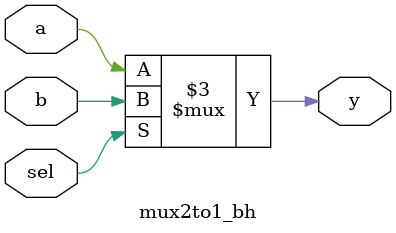
<source format=v>
module mux2to1_bh
(input a,b,sel,
output reg y);

always @(a,b,sel)
begin
	if (sel)
		y = b;
	else
		y = a;
end

endmodule 
</source>
